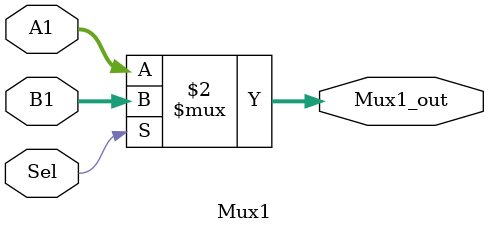
<source format=v>
module Mux1 (
	input Sel,
	input [31:0] A1,B1,
	output [31:0] Mux1_out
	);
assign Mux1_out = (Sel==1'b0) ? A1:B1;
endmodule


</source>
